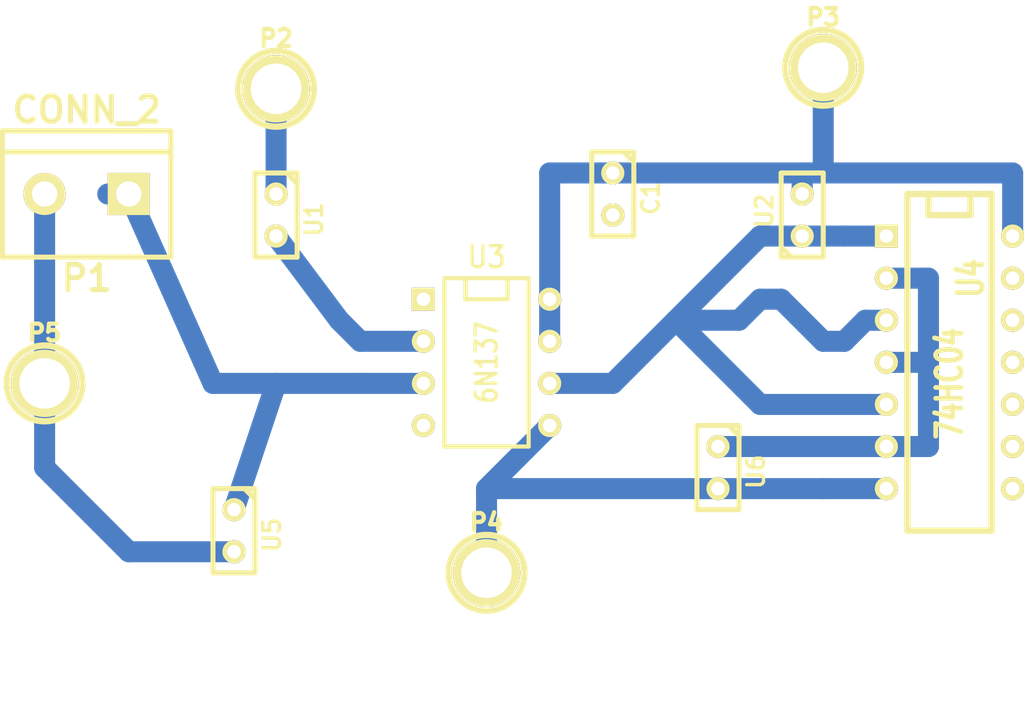
<source format=kicad_pcb>
(kicad_pcb (version 3) (host pcbnew "(2013-07-07 BZR 4022)-stable")

  (general
    (links 22)
    (no_connects 2)
    (area 0 0 0 0)
    (thickness 1.6)
    (drawings 2)
    (tracks 49)
    (zones 0)
    (modules 12)
    (nets 9)
  )

  (page A3)
  (layers
    (15 F.Cu signal)
    (0 B.Cu signal)
    (16 B.Adhes user)
    (17 F.Adhes user)
    (18 B.Paste user)
    (19 F.Paste user)
    (20 B.SilkS user)
    (21 F.SilkS user)
    (22 B.Mask user)
    (23 F.Mask user)
    (24 Dwgs.User user)
    (25 Cmts.User user)
    (26 Eco1.User user)
    (27 Eco2.User user)
    (28 Edge.Cuts user)
  )

  (setup
    (last_trace_width 1.27)
    (user_trace_width 1.27)
    (trace_clearance 0.254)
    (zone_clearance 0.508)
    (zone_45_only no)
    (trace_min 0.254)
    (segment_width 0.2)
    (edge_width 0.1)
    (via_size 0.889)
    (via_drill 0.635)
    (via_min_size 0.889)
    (via_min_drill 0.508)
    (uvia_size 0.508)
    (uvia_drill 0.127)
    (uvias_allowed no)
    (uvia_min_size 0.508)
    (uvia_min_drill 0.127)
    (pcb_text_width 0.3)
    (pcb_text_size 1.5 1.5)
    (mod_edge_width 0.15)
    (mod_text_size 1 1)
    (mod_text_width 0.15)
    (pad_size 1.5 1.5)
    (pad_drill 0.6)
    (pad_to_mask_clearance 0)
    (aux_axis_origin 0 0)
    (visible_elements FFFFFBBF)
    (pcbplotparams
      (layerselection 3178497)
      (usegerberextensions true)
      (excludeedgelayer true)
      (linewidth 0.150000)
      (plotframeref false)
      (viasonmask false)
      (mode 1)
      (useauxorigin false)
      (hpglpennumber 1)
      (hpglpenspeed 20)
      (hpglpendiameter 15)
      (hpglpenoverlay 2)
      (psnegative false)
      (psa4output false)
      (plotreference true)
      (plotvalue true)
      (plotothertext true)
      (plotinvisibletext false)
      (padsonsilk false)
      (subtractmaskfromsilk false)
      (outputformat 1)
      (mirror false)
      (drillshape 1)
      (scaleselection 1)
      (outputdirectory ""))
  )

  (net 0 "")
  (net 1 +3.3V)
  (net 2 GND)
  (net 3 GNDPWR)
  (net 4 N-000001)
  (net 5 N-0000011)
  (net 6 N-000002)
  (net 7 N-000004)
  (net 8 VCC)

  (net_class Default "This is the default net class."
    (clearance 0.254)
    (trace_width 0.254)
    (via_dia 0.889)
    (via_drill 0.635)
    (uvia_dia 0.508)
    (uvia_drill 0.127)
    (add_net "")
    (add_net +3.3V)
    (add_net GND)
    (add_net GNDPWR)
    (add_net N-000001)
    (add_net N-0000011)
    (add_net N-000002)
    (add_net N-000004)
    (add_net VCC)
  )

  (module DIP-14__300 (layer F.Cu) (tedit 5342E628) (tstamp 5342E3F1)
    (at 97.79 49.53 270)
    (descr "14 pins DIL package, round pads")
    (tags DIL)
    (path /5341F9FA)
    (fp_text reference U4 (at -5.08 -1.27 270) (layer F.SilkS)
      (effects (font (size 1.524 1.143) (thickness 0.3048)))
    )
    (fp_text value 74HC04 (at 1.27 0 270) (layer F.SilkS)
      (effects (font (size 1.524 1.143) (thickness 0.3048)))
    )
    (fp_line (start -10.16 -2.54) (end 10.16 -2.54) (layer F.SilkS) (width 0.381))
    (fp_line (start 10.16 2.54) (end -10.16 2.54) (layer F.SilkS) (width 0.381))
    (fp_line (start -10.16 2.54) (end -10.16 -2.54) (layer F.SilkS) (width 0.381))
    (fp_line (start -10.16 -1.27) (end -8.89 -1.27) (layer F.SilkS) (width 0.381))
    (fp_line (start -8.89 -1.27) (end -8.89 1.27) (layer F.SilkS) (width 0.381))
    (fp_line (start -8.89 1.27) (end -10.16 1.27) (layer F.SilkS) (width 0.381))
    (fp_line (start 10.16 -2.54) (end 10.16 2.54) (layer F.SilkS) (width 0.381))
    (pad 1 thru_hole rect (at -7.62 3.81 270) (size 1.397 1.397) (drill 0.8128)
      (layers *.Cu *.Mask F.SilkS)
      (net 5 N-0000011)
    )
    (pad 2 thru_hole circle (at -5.08 3.81 270) (size 1.397 1.397) (drill 0.8128)
      (layers *.Cu *.Mask F.SilkS)
      (net 7 N-000004)
    )
    (pad 3 thru_hole circle (at -2.54 3.81 270) (size 1.397 1.397) (drill 0.8128)
      (layers *.Cu *.Mask F.SilkS)
      (net 5 N-0000011)
    )
    (pad 4 thru_hole circle (at 0 3.81 270) (size 1.397 1.397) (drill 0.8128)
      (layers *.Cu *.Mask F.SilkS)
      (net 7 N-000004)
    )
    (pad 5 thru_hole circle (at 2.54 3.81 270) (size 1.397 1.397) (drill 0.8128)
      (layers *.Cu *.Mask F.SilkS)
      (net 5 N-0000011)
    )
    (pad 6 thru_hole circle (at 5.08 3.81 270) (size 1.397 1.397) (drill 0.8128)
      (layers *.Cu *.Mask F.SilkS)
      (net 7 N-000004)
    )
    (pad 7 thru_hole circle (at 7.62 3.81 270) (size 1.397 1.397) (drill 0.8128)
      (layers *.Cu *.Mask F.SilkS)
      (net 2 GND)
    )
    (pad 8 thru_hole circle (at 7.62 -3.81 270) (size 1.397 1.397) (drill 0.8128)
      (layers *.Cu *.Mask F.SilkS)
    )
    (pad 9 thru_hole circle (at 5.08 -3.81 270) (size 1.397 1.397) (drill 0.8128)
      (layers *.Cu *.Mask F.SilkS)
    )
    (pad 10 thru_hole circle (at 2.54 -3.81 270) (size 1.397 1.397) (drill 0.8128)
      (layers *.Cu *.Mask F.SilkS)
    )
    (pad 11 thru_hole circle (at 0 -3.81 270) (size 1.397 1.397) (drill 0.8128)
      (layers *.Cu *.Mask F.SilkS)
    )
    (pad 12 thru_hole circle (at -2.54 -3.81 270) (size 1.397 1.397) (drill 0.8128)
      (layers *.Cu *.Mask F.SilkS)
    )
    (pad 13 thru_hole circle (at -5.08 -3.81 270) (size 1.397 1.397) (drill 0.8128)
      (layers *.Cu *.Mask F.SilkS)
    )
    (pad 14 thru_hole circle (at -7.62 -3.81 270) (size 1.397 1.397) (drill 0.8128)
      (layers *.Cu *.Mask F.SilkS)
      (net 8 VCC)
    )
    (model dil/dil_14.wrl
      (at (xyz 0 0 0))
      (scale (xyz 1 1 1))
      (rotate (xyz 0 0 0))
    )
  )

  (module C1 (layer F.Cu) (tedit 3F92C496) (tstamp 5342E3FC)
    (at 57.15 40.64 270)
    (descr "Condensateur e = 1 pas")
    (tags C)
    (path /5341F640)
    (fp_text reference U1 (at 0.254 -2.286 270) (layer F.SilkS)
      (effects (font (size 1.016 1.016) (thickness 0.2032)))
    )
    (fp_text value R_limitadora (at 0 -2.286 270) (layer F.SilkS) hide
      (effects (font (size 1.016 1.016) (thickness 0.2032)))
    )
    (fp_line (start -2.4892 -1.27) (end 2.54 -1.27) (layer F.SilkS) (width 0.3048))
    (fp_line (start 2.54 -1.27) (end 2.54 1.27) (layer F.SilkS) (width 0.3048))
    (fp_line (start 2.54 1.27) (end -2.54 1.27) (layer F.SilkS) (width 0.3048))
    (fp_line (start -2.54 1.27) (end -2.54 -1.27) (layer F.SilkS) (width 0.3048))
    (fp_line (start -2.54 -0.635) (end -1.905 -1.27) (layer F.SilkS) (width 0.3048))
    (pad 1 thru_hole circle (at -1.27 0 270) (size 1.397 1.397) (drill 0.8128)
      (layers *.Cu *.Mask F.SilkS)
      (net 1 +3.3V)
    )
    (pad 2 thru_hole circle (at 1.27 0 270) (size 1.397 1.397) (drill 0.8128)
      (layers *.Cu *.Mask F.SilkS)
      (net 4 N-000001)
    )
    (model discret/capa_1_pas.wrl
      (at (xyz 0 0 0))
      (scale (xyz 1 1 1))
      (rotate (xyz 0 0 0))
    )
  )

  (module C1 (layer F.Cu) (tedit 3F92C496) (tstamp 5342E407)
    (at 77.47 39.37 270)
    (descr "Condensateur e = 1 pas")
    (tags C)
    (path /5341F87D)
    (fp_text reference C1 (at 0.254 -2.286 270) (layer F.SilkS)
      (effects (font (size 1.016 1.016) (thickness 0.2032)))
    )
    (fp_text value 0.1u (at 0 -2.286 270) (layer F.SilkS) hide
      (effects (font (size 1.016 1.016) (thickness 0.2032)))
    )
    (fp_line (start -2.4892 -1.27) (end 2.54 -1.27) (layer F.SilkS) (width 0.3048))
    (fp_line (start 2.54 -1.27) (end 2.54 1.27) (layer F.SilkS) (width 0.3048))
    (fp_line (start 2.54 1.27) (end -2.54 1.27) (layer F.SilkS) (width 0.3048))
    (fp_line (start -2.54 1.27) (end -2.54 -1.27) (layer F.SilkS) (width 0.3048))
    (fp_line (start -2.54 -0.635) (end -1.905 -1.27) (layer F.SilkS) (width 0.3048))
    (pad 1 thru_hole circle (at -1.27 0 270) (size 1.397 1.397) (drill 0.8128)
      (layers *.Cu *.Mask F.SilkS)
      (net 8 VCC)
    )
    (pad 2 thru_hole circle (at 1.27 0 270) (size 1.397 1.397) (drill 0.8128)
      (layers *.Cu *.Mask F.SilkS)
      (net 2 GND)
    )
    (model discret/capa_1_pas.wrl
      (at (xyz 0 0 0))
      (scale (xyz 1 1 1))
      (rotate (xyz 0 0 0))
    )
  )

  (module C1 (layer F.Cu) (tedit 3F92C496) (tstamp 5342E412)
    (at 88.9 40.64 90)
    (descr "Condensateur e = 1 pas")
    (tags C)
    (path /5341FB11)
    (fp_text reference U2 (at 0.254 -2.286 90) (layer F.SilkS)
      (effects (font (size 1.016 1.016) (thickness 0.2032)))
    )
    (fp_text value R_Pull-up (at 0 -2.286 90) (layer F.SilkS) hide
      (effects (font (size 1.016 1.016) (thickness 0.2032)))
    )
    (fp_line (start -2.4892 -1.27) (end 2.54 -1.27) (layer F.SilkS) (width 0.3048))
    (fp_line (start 2.54 -1.27) (end 2.54 1.27) (layer F.SilkS) (width 0.3048))
    (fp_line (start 2.54 1.27) (end -2.54 1.27) (layer F.SilkS) (width 0.3048))
    (fp_line (start -2.54 1.27) (end -2.54 -1.27) (layer F.SilkS) (width 0.3048))
    (fp_line (start -2.54 -0.635) (end -1.905 -1.27) (layer F.SilkS) (width 0.3048))
    (pad 1 thru_hole circle (at -1.27 0 90) (size 1.397 1.397) (drill 0.8128)
      (layers *.Cu *.Mask F.SilkS)
      (net 5 N-0000011)
    )
    (pad 2 thru_hole circle (at 1.27 0 90) (size 1.397 1.397) (drill 0.8128)
      (layers *.Cu *.Mask F.SilkS)
      (net 8 VCC)
    )
    (model discret/capa_1_pas.wrl
      (at (xyz 0 0 0))
      (scale (xyz 1 1 1))
      (rotate (xyz 0 0 0))
    )
  )

  (module C1 (layer F.Cu) (tedit 3F92C496) (tstamp 5342F511)
    (at 83.82 55.88 270)
    (descr "Condensateur e = 1 pas")
    (tags C)
    (path /5341FC11)
    (fp_text reference U6 (at 0.254 -2.286 270) (layer F.SilkS)
      (effects (font (size 1.016 1.016) (thickness 0.2032)))
    )
    (fp_text value TP_Salida (at 0 -2.286 270) (layer F.SilkS) hide
      (effects (font (size 1.016 1.016) (thickness 0.2032)))
    )
    (fp_line (start -2.4892 -1.27) (end 2.54 -1.27) (layer F.SilkS) (width 0.3048))
    (fp_line (start 2.54 -1.27) (end 2.54 1.27) (layer F.SilkS) (width 0.3048))
    (fp_line (start 2.54 1.27) (end -2.54 1.27) (layer F.SilkS) (width 0.3048))
    (fp_line (start -2.54 1.27) (end -2.54 -1.27) (layer F.SilkS) (width 0.3048))
    (fp_line (start -2.54 -0.635) (end -1.905 -1.27) (layer F.SilkS) (width 0.3048))
    (pad 1 thru_hole circle (at -1.27 0 270) (size 1.397 1.397) (drill 0.8128)
      (layers *.Cu *.Mask F.SilkS)
      (net 7 N-000004)
    )
    (pad 2 thru_hole circle (at 1.27 0 270) (size 1.397 1.397) (drill 0.8128)
      (layers *.Cu *.Mask F.SilkS)
      (net 2 GND)
    )
    (model discret/capa_1_pas.wrl
      (at (xyz 0 0 0))
      (scale (xyz 1 1 1))
      (rotate (xyz 0 0 0))
    )
  )

  (module C1 (layer F.Cu) (tedit 3F92C496) (tstamp 5342E428)
    (at 54.61 59.69 270)
    (descr "Condensateur e = 1 pas")
    (tags C)
    (path /5342021B)
    (fp_text reference U5 (at 0.254 -2.286 270) (layer F.SilkS)
      (effects (font (size 1.016 1.016) (thickness 0.2032)))
    )
    (fp_text value TP_entrada (at 0 -2.286 270) (layer F.SilkS) hide
      (effects (font (size 1.016 1.016) (thickness 0.2032)))
    )
    (fp_line (start -2.4892 -1.27) (end 2.54 -1.27) (layer F.SilkS) (width 0.3048))
    (fp_line (start 2.54 -1.27) (end 2.54 1.27) (layer F.SilkS) (width 0.3048))
    (fp_line (start 2.54 1.27) (end -2.54 1.27) (layer F.SilkS) (width 0.3048))
    (fp_line (start -2.54 1.27) (end -2.54 -1.27) (layer F.SilkS) (width 0.3048))
    (fp_line (start -2.54 -0.635) (end -1.905 -1.27) (layer F.SilkS) (width 0.3048))
    (pad 1 thru_hole circle (at -1.27 0 270) (size 1.397 1.397) (drill 0.8128)
      (layers *.Cu *.Mask F.SilkS)
      (net 6 N-000002)
    )
    (pad 2 thru_hole circle (at 1.27 0 270) (size 1.397 1.397) (drill 0.8128)
      (layers *.Cu *.Mask F.SilkS)
      (net 3 GNDPWR)
    )
    (model discret/capa_1_pas.wrl
      (at (xyz 0 0 0))
      (scale (xyz 1 1 1))
      (rotate (xyz 0 0 0))
    )
  )

  (module bornier2 (layer F.Cu) (tedit 3EC0ED69) (tstamp 5342E433)
    (at 45.72 39.37 180)
    (descr "Bornier d'alimentation 2 pins")
    (tags DEV)
    (path /5342E31C)
    (fp_text reference P1 (at 0 -5.08 180) (layer F.SilkS)
      (effects (font (size 1.524 1.524) (thickness 0.3048)))
    )
    (fp_text value CONN_2 (at 0 5.08 180) (layer F.SilkS)
      (effects (font (size 1.524 1.524) (thickness 0.3048)))
    )
    (fp_line (start 5.08 2.54) (end -5.08 2.54) (layer F.SilkS) (width 0.3048))
    (fp_line (start 5.08 3.81) (end 5.08 -3.81) (layer F.SilkS) (width 0.3048))
    (fp_line (start 5.08 -3.81) (end -5.08 -3.81) (layer F.SilkS) (width 0.3048))
    (fp_line (start -5.08 -3.81) (end -5.08 3.81) (layer F.SilkS) (width 0.3048))
    (fp_line (start -5.08 3.81) (end 5.08 3.81) (layer F.SilkS) (width 0.3048))
    (pad 1 thru_hole rect (at -2.54 0 180) (size 2.54 2.54) (drill 1.524)
      (layers *.Cu *.Mask F.SilkS)
      (net 6 N-000002)
    )
    (pad 2 thru_hole circle (at 2.54 0 180) (size 2.54 2.54) (drill 1.524)
      (layers *.Cu *.Mask F.SilkS)
      (net 3 GNDPWR)
    )
    (model device/bornier_2.wrl
      (at (xyz 0 0 0))
      (scale (xyz 1 1 1))
      (rotate (xyz 0 0 0))
    )
  )

  (module DIP-8__300 (layer F.Cu) (tedit 5342E47F) (tstamp 5342E458)
    (at 69.85 49.53 270)
    (descr "8 pins DIL package, round pads")
    (tags DIL)
    (path /5341E4CE)
    (fp_text reference U3 (at -6.35 0 360) (layer F.SilkS)
      (effects (font (size 1.27 1.143) (thickness 0.2032)))
    )
    (fp_text value 6N137 (at 0 0 270) (layer F.SilkS)
      (effects (font (size 1.27 1.016) (thickness 0.2032)))
    )
    (fp_line (start -5.08 -1.27) (end -3.81 -1.27) (layer F.SilkS) (width 0.254))
    (fp_line (start -3.81 -1.27) (end -3.81 1.27) (layer F.SilkS) (width 0.254))
    (fp_line (start -3.81 1.27) (end -5.08 1.27) (layer F.SilkS) (width 0.254))
    (fp_line (start -5.08 -2.54) (end 5.08 -2.54) (layer F.SilkS) (width 0.254))
    (fp_line (start 5.08 -2.54) (end 5.08 2.54) (layer F.SilkS) (width 0.254))
    (fp_line (start 5.08 2.54) (end -5.08 2.54) (layer F.SilkS) (width 0.254))
    (fp_line (start -5.08 2.54) (end -5.08 -2.54) (layer F.SilkS) (width 0.254))
    (pad 1 thru_hole rect (at -3.81 3.81 270) (size 1.397 1.397) (drill 0.8128)
      (layers *.Cu *.Mask F.SilkS)
    )
    (pad 2 thru_hole circle (at -1.27 3.81 270) (size 1.397 1.397) (drill 0.8128)
      (layers *.Cu *.Mask F.SilkS)
      (net 4 N-000001)
    )
    (pad 3 thru_hole circle (at 1.27 3.81 270) (size 1.397 1.397) (drill 0.8128)
      (layers *.Cu *.Mask F.SilkS)
      (net 6 N-000002)
    )
    (pad 4 thru_hole circle (at 3.81 3.81 270) (size 1.397 1.397) (drill 0.8128)
      (layers *.Cu *.Mask F.SilkS)
    )
    (pad 5 thru_hole circle (at 3.81 -3.81 270) (size 1.397 1.397) (drill 0.8128)
      (layers *.Cu *.Mask F.SilkS)
      (net 2 GND)
    )
    (pad 6 thru_hole circle (at 1.27 -3.81 270) (size 1.397 1.397) (drill 0.8128)
      (layers *.Cu *.Mask F.SilkS)
      (net 5 N-0000011)
    )
    (pad 7 thru_hole circle (at -1.27 -3.81 270) (size 1.397 1.397) (drill 0.8128)
      (layers *.Cu *.Mask F.SilkS)
      (net 8 VCC)
    )
    (pad 8 thru_hole circle (at -3.81 -3.81 270) (size 1.397 1.397) (drill 0.8128)
      (layers *.Cu *.Mask F.SilkS)
      (net 8 VCC)
    )
    (model dil/dil_8.wrl
      (at (xyz 0 0 0))
      (scale (xyz 1 1 1))
      (rotate (xyz 0 0 0))
    )
  )

  (module 1pin (layer F.Cu) (tedit 200000) (tstamp 5342E749)
    (at 57.15 33.02)
    (descr "module 1 pin (ou trou mecanique de percage)")
    (tags DEV)
    (path /5342E6F9)
    (fp_text reference P2 (at 0 -3.048) (layer F.SilkS)
      (effects (font (size 1.016 1.016) (thickness 0.254)))
    )
    (fp_text value CONN_1 (at 0 2.794) (layer F.SilkS) hide
      (effects (font (size 1.016 1.016) (thickness 0.254)))
    )
    (fp_circle (center 0 0) (end 0 -2.286) (layer F.SilkS) (width 0.381))
    (pad 1 thru_hole circle (at 0 0) (size 4.064 4.064) (drill 3.048)
      (layers *.Cu *.Mask F.SilkS)
      (net 1 +3.3V)
    )
  )

  (module 1pin (layer F.Cu) (tedit 200000) (tstamp 5342E74F)
    (at 43.18 50.8)
    (descr "module 1 pin (ou trou mecanique de percage)")
    (tags DEV)
    (path /5342E708)
    (fp_text reference P5 (at 0 -3.048) (layer F.SilkS)
      (effects (font (size 1.016 1.016) (thickness 0.254)))
    )
    (fp_text value CONN_1 (at 0 2.794) (layer F.SilkS) hide
      (effects (font (size 1.016 1.016) (thickness 0.254)))
    )
    (fp_circle (center 0 0) (end 0 -2.286) (layer F.SilkS) (width 0.381))
    (pad 1 thru_hole circle (at 0 0) (size 4.064 4.064) (drill 3.048)
      (layers *.Cu *.Mask F.SilkS)
      (net 3 GNDPWR)
    )
  )

  (module 1pin (layer F.Cu) (tedit 200000) (tstamp 5342E755)
    (at 90.17 31.75)
    (descr "module 1 pin (ou trou mecanique de percage)")
    (tags DEV)
    (path /5342E717)
    (fp_text reference P3 (at 0 -3.048) (layer F.SilkS)
      (effects (font (size 1.016 1.016) (thickness 0.254)))
    )
    (fp_text value CONN_1 (at 0 2.794) (layer F.SilkS) hide
      (effects (font (size 1.016 1.016) (thickness 0.254)))
    )
    (fp_circle (center 0 0) (end 0 -2.286) (layer F.SilkS) (width 0.381))
    (pad 1 thru_hole circle (at 0 0) (size 4.064 4.064) (drill 3.048)
      (layers *.Cu *.Mask F.SilkS)
      (net 8 VCC)
    )
  )

  (module 1pin (layer F.Cu) (tedit 200000) (tstamp 5342E75B)
    (at 69.85 62.23)
    (descr "module 1 pin (ou trou mecanique de percage)")
    (tags DEV)
    (path /5342E726)
    (fp_text reference P4 (at 0 -3.048) (layer F.SilkS)
      (effects (font (size 1.016 1.016) (thickness 0.254)))
    )
    (fp_text value CONN_1 (at 0 2.794) (layer F.SilkS) hide
      (effects (font (size 1.016 1.016) (thickness 0.254)))
    )
    (fp_circle (center 0 0) (end 0 -2.286) (layer F.SilkS) (width 0.381))
    (pad 1 thru_hole circle (at 0 0) (size 4.064 4.064) (drill 3.048)
      (layers *.Cu *.Mask F.SilkS)
      (net 2 GND)
    )
  )

  (gr_circle (center 54.61 59.69) (end 66.04 62.23) (layer B.Paste) (width 0.2))
  (gr_circle (center 83.82 55.88) (end 91.44 60.96) (layer B.Paste) (width 0.2))

  (segment (start 57.15 39.37) (end 57.15 33.02) (width 1.27) (layer B.Cu) (net 1) (status 10))
  (segment (start 83.82 57.15) (end 69.85 57.15) (width 1.27) (layer B.Cu) (net 2) (status 400010))
  (segment (start 73.66 53.34) (end 69.85 57.15) (width 1.27) (layer B.Cu) (net 2) (status 400000))
  (segment (start 69.85 57.15) (end 69.85 62.23) (width 1.27) (layer B.Cu) (net 2) (tstamp 5342F5F1))
  (segment (start 83.82 57.15) (end 90.17 57.15) (width 1.27) (layer B.Cu) (net 2) (status 10))
  (segment (start 90.17 57.15) (end 93.98 57.15) (width 1.27) (layer B.Cu) (net 2) (tstamp 5342F2BE))
  (segment (start 43.18 50.8) (end 43.18 55.88) (width 1.27) (layer B.Cu) (net 3) (status 400000))
  (segment (start 48.26 60.96) (end 54.61 60.96) (width 1.27) (layer B.Cu) (net 3) (tstamp 5342F673) (status 800000))
  (segment (start 43.18 55.88) (end 48.26 60.96) (width 1.27) (layer B.Cu) (net 3) (tstamp 5342F671))
  (segment (start 43.18 39.37) (end 43.18 50.8) (width 1.27) (layer B.Cu) (net 3))
  (segment (start 57.15 41.91) (end 60.96 46.99) (width 1.27) (layer B.Cu) (net 4) (status 10))
  (segment (start 62.23 48.26) (end 66.04 48.26) (width 1.27) (layer B.Cu) (net 4) (tstamp 5342F2A2))
  (segment (start 60.96 46.99) (end 62.23 48.26) (width 1.27) (layer B.Cu) (net 4) (tstamp 5342F2A1))
  (segment (start 81.28 46.99) (end 85.09 46.99) (width 1.27) (layer B.Cu) (net 5))
  (segment (start 92.71 46.99) (end 93.98 46.99) (width 1.27) (layer B.Cu) (net 5) (tstamp 5342F4A6))
  (segment (start 91.44 48.26) (end 92.71 46.99) (width 1.27) (layer B.Cu) (net 5) (tstamp 5342F4A5))
  (segment (start 90.17 48.26) (end 91.44 48.26) (width 1.27) (layer B.Cu) (net 5) (tstamp 5342F4A2))
  (segment (start 87.63 45.72) (end 90.17 48.26) (width 1.27) (layer B.Cu) (net 5) (tstamp 5342F4A1))
  (segment (start 86.36 45.72) (end 87.63 45.72) (width 1.27) (layer B.Cu) (net 5) (tstamp 5342F4A0))
  (segment (start 85.09 46.99) (end 86.36 45.72) (width 1.27) (layer B.Cu) (net 5) (tstamp 5342F49E))
  (segment (start 81.28 46.99) (end 86.36 52.07) (width 1.27) (layer B.Cu) (net 5))
  (segment (start 81.28 46.99) (end 86.36 41.91) (width 1.27) (layer B.Cu) (net 5))
  (segment (start 86.36 52.07) (end 93.98 52.07) (width 1.27) (layer B.Cu) (net 5) (tstamp 5342F469))
  (segment (start 93.98 41.91) (end 91.44 41.91) (width 1.27) (layer B.Cu) (net 5))
  (segment (start 91.44 41.91) (end 88.9 41.91) (width 1.27) (layer B.Cu) (net 5) (tstamp 5342F43A))
  (segment (start 73.66 50.8) (end 77.47 50.8) (width 1.27) (layer B.Cu) (net 5))
  (segment (start 86.36 41.91) (end 88.9 41.91) (width 1.27) (layer B.Cu) (net 5) (tstamp 5342F465))
  (segment (start 77.47 50.8) (end 81.28 46.99) (width 1.27) (layer B.Cu) (net 5) (tstamp 5342F42C))
  (segment (start 57.15 50.8) (end 54.61 58.42) (width 1.27) (layer B.Cu) (net 6) (status 20))
  (segment (start 46.99 39.37) (end 48.26 39.37) (width 1.27) (layer B.Cu) (net 6) (status 30))
  (segment (start 53.34 50.8) (end 57.15 50.8) (width 1.27) (layer B.Cu) (net 6) (tstamp 5342F25F))
  (segment (start 57.15 50.8) (end 62.23 50.8) (width 1.27) (layer B.Cu) (net 6) (tstamp 5342F537))
  (segment (start 62.23 50.8) (end 66.04 50.8) (width 1.27) (layer B.Cu) (net 6) (tstamp 5342F29F))
  (segment (start 48.26 39.37) (end 53.34 50.8) (width 1.27) (layer B.Cu) (net 6) (tstamp 5342F25E) (status 10))
  (segment (start 83.82 54.61) (end 93.98 54.61) (width 1.27) (layer B.Cu) (net 7) (status 10))
  (segment (start 93.98 49.53) (end 96.52 49.53) (width 1.27) (layer B.Cu) (net 7))
  (segment (start 93.98 44.45) (end 96.52 44.45) (width 1.27) (layer B.Cu) (net 7))
  (segment (start 96.52 54.61) (end 93.98 54.61) (width 1.27) (layer B.Cu) (net 7) (tstamp 5342F4C0))
  (segment (start 96.52 44.45) (end 96.52 49.53) (width 1.27) (layer B.Cu) (net 7) (tstamp 5342F4BE))
  (segment (start 96.52 49.53) (end 96.52 54.61) (width 1.27) (layer B.Cu) (net 7) (tstamp 5342F4C9))
  (segment (start 73.66 48.26) (end 73.66 45.72) (width 1.27) (layer B.Cu) (net 8))
  (segment (start 90.17 31.75) (end 90.17 38.1) (width 1.27) (layer B.Cu) (net 8))
  (segment (start 90.17 38.1) (end 88.9 38.1) (width 1.27) (layer B.Cu) (net 8) (tstamp 5342F2B1))
  (segment (start 88.9 38.1) (end 101.6 38.1) (width 1.27) (layer B.Cu) (net 8))
  (segment (start 101.6 38.1) (end 101.6 41.91) (width 1.27) (layer B.Cu) (net 8) (tstamp 5342F2AE))
  (segment (start 77.47 38.1) (end 88.9 38.1) (width 1.27) (layer B.Cu) (net 8))
  (segment (start 88.9 38.1) (end 88.9 39.37) (width 1.27) (layer B.Cu) (net 8) (tstamp 5342F2AB))
  (segment (start 73.66 45.72) (end 73.66 38.1) (width 1.27) (layer B.Cu) (net 8))
  (segment (start 73.66 38.1) (end 77.47 38.1) (width 1.27) (layer B.Cu) (net 8) (tstamp 5342F2A8))

)

</source>
